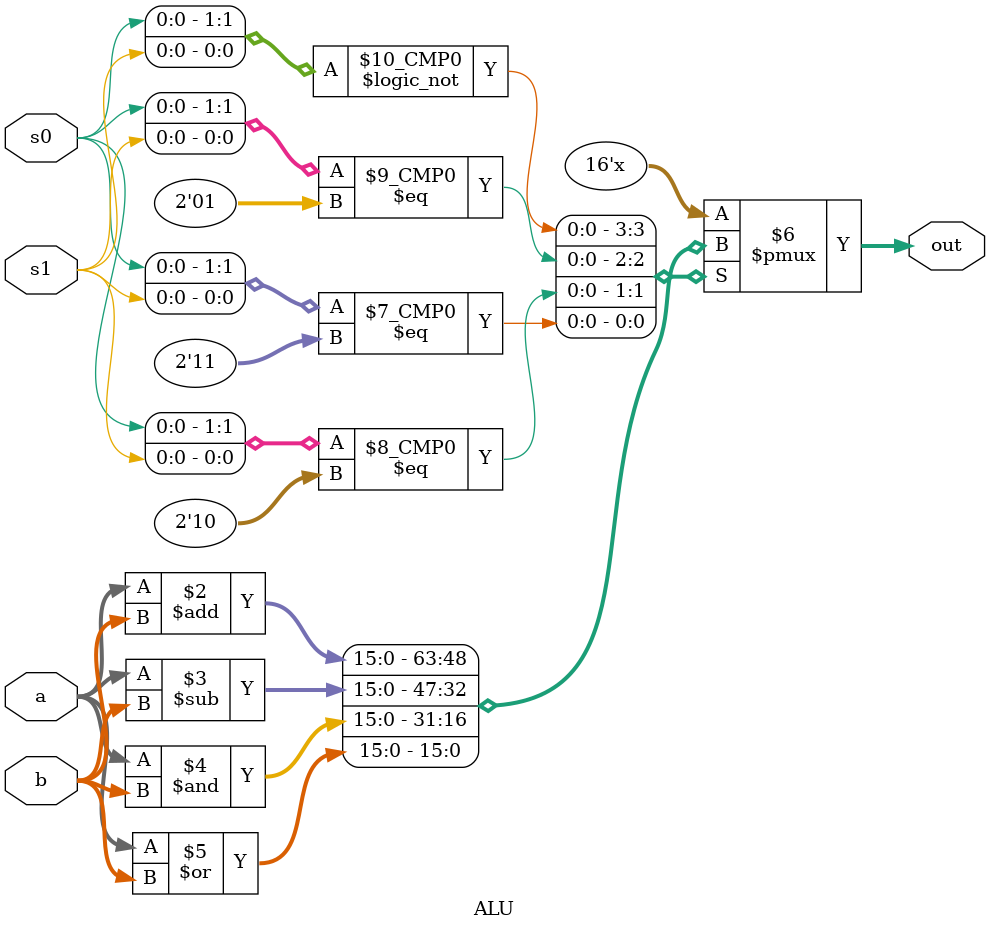
<source format=v>
module ALU(a, b, s0, s1, out);

	input [15: 0] a, b;
	input s0, s1;
	output reg [15: 0] out;

	always @ (*)
	begin
		case ({s0, s1})
		2'b00: out = a + b;
		2'b01: out = a - b;
		2'b10: out = a & b;
		2'b11: out = a | b;
		endcase
	end

endmodule

</source>
